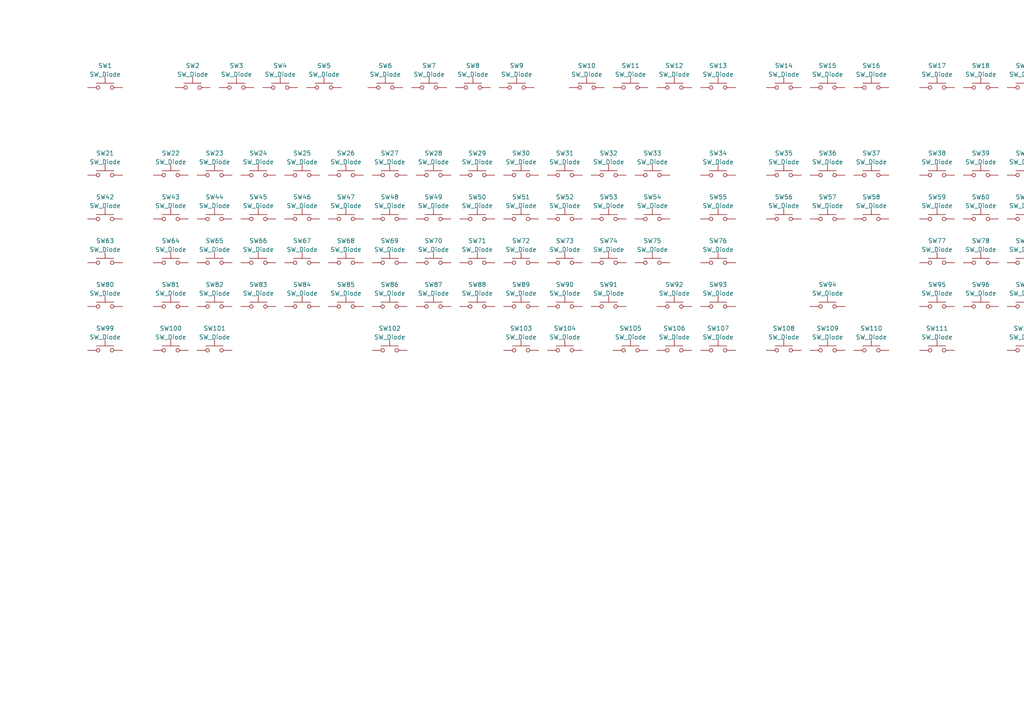
<source format=kicad_sch>
(kicad_sch (version 20210621) (generator eeschema)
  (paper "A4")
  (lib_symbols
    (symbol "Switch:SW_Push" (pin_numbers hide) (pin_names (offset 1.016) hide)
      (property "Reference" "SW" (at 1.27 2.54 0))
      (property "Value" "SW_Push" (at 0 -1.524 0))
      (symbol "SW_Push_0_1"
        (circle (center -2.032 0) (radius 0.508))
        (circle (center 2.032 0) (radius 0.508))
        (polyline (pts (xy 0 1.27) (xy 0 3.048)))
        (polyline (pts (xy 2.54 1.27) (xy -2.54 1.27)))
        (pin passive line (at -5.08 0 0) (length 2.54) (name "1") (number "1"))
        (pin passive line (at 5.08 0 180) (length 2.54) (name "2") (number "2"))
      )
    )
  )
  (symbol (lib_id "Switch:SW_Push") (at 30.48 25.4 0) (unit 1)
    (property "Reference" "SW1" (at 30.48 19.05 0))
    (property "Value" "SW_Diode" (at 30.48 21.59 0))
    (property "Footprint" "blackwing:CUTOUT_CHERRY_MX_1.00u" (effects hide))
  )
  (symbol (lib_id "Switch:SW_Push") (at 30.48 50.8 0) (unit 1)
    (property "Reference" "SW21" (at 30.48 44.45 0))
    (property "Value" "SW_Diode" (at 30.48 46.99 0))
    (property "Footprint" "blackwing:CUTOUT_CHERRY_MX_1.50u" (effects hide))
  )
  (symbol (lib_id "Switch:SW_Push") (at 30.48 63.5 0) (unit 1)
    (property "Reference" "SW42" (at 30.48 57.15 0))
    (property "Value" "SW_Diode" (at 30.48 59.69 0))
    (property "Footprint" "blackwing:CUTOUT_CHERRY_MX_1.50u" (effects hide))
  )
  (symbol (lib_id "Switch:SW_Push") (at 30.48 76.2 0) (unit 1)
    (property "Reference" "SW63" (at 30.48 69.85 0))
    (property "Value" "SW_Diode" (at 30.48 72.39 0))
    (property "Footprint" "blackwing:CUTOUT_CHERRY_MX_1.50u" (effects hide))
  )
  (symbol (lib_id "Switch:SW_Push") (at 30.48 88.9 0) (unit 1)
    (property "Reference" "SW80" (at 30.48 82.55 0))
    (property "Value" "SW_Diode" (at 30.48 85.09 0))
    (property "Footprint" "blackwing:CUTOUT_CHERRY_MX_1.50u" (effects hide))
  )
  (symbol (lib_id "Switch:SW_Push") (at 30.48 101.6 0) (unit 1)
    (property "Reference" "SW99" (at 30.48 95.25 0))
    (property "Value" "SW_Diode" (at 30.48 97.79 0))
    (property "Footprint" "blackwing:CUTOUT_CHERRY_MX_1.25u" (effects hide))
  )
  (symbol (lib_id "Switch:SW_Push") (at 49.53 50.8 0) (unit 1)
    (property "Reference" "SW22" (at 49.53 44.45 0))
    (property "Value" "SW_Diode" (at 49.53 46.99 0))
    (property "Footprint" "blackwing:CUTOUT_CHERRY_MX_1.00u" (effects hide))
  )
  (symbol (lib_id "Switch:SW_Push") (at 49.53 63.5 0) (unit 1)
    (property "Reference" "SW43" (at 49.53 57.15 0))
    (property "Value" "SW_Diode" (at 49.53 59.69 0))
    (property "Footprint" "blackwing:CUTOUT_CHERRY_MX_1.00u" (effects hide))
  )
  (symbol (lib_id "Switch:SW_Push") (at 49.53 76.2 0) (unit 1)
    (property "Reference" "SW64" (at 49.53 69.85 0))
    (property "Value" "SW_Diode" (at 49.53 72.39 0))
    (property "Footprint" "blackwing:CUTOUT_CHERRY_MX_1.00u" (effects hide))
  )
  (symbol (lib_id "Switch:SW_Push") (at 49.53 88.9 0) (unit 1)
    (property "Reference" "SW81" (at 49.53 82.55 0))
    (property "Value" "SW_Diode" (at 49.53 85.09 0))
    (property "Footprint" "blackwing:CUTOUT_CHERRY_MX_1.00u" (effects hide))
  )
  (symbol (lib_id "Switch:SW_Push") (at 49.53 101.6 0) (unit 1)
    (property "Reference" "SW100" (at 49.53 95.25 0))
    (property "Value" "SW_Diode" (at 49.53 97.79 0))
    (property "Footprint" "blackwing:CUTOUT_CHERRY_MX_1.00u" (effects hide))
  )
  (symbol (lib_id "Switch:SW_Push") (at 55.88 25.4 0) (unit 1)
    (property "Reference" "SW2" (at 55.88 19.05 0))
    (property "Value" "SW_Diode" (at 55.88 21.59 0))
    (property "Footprint" "blackwing:CUTOUT_CHERRY_MX_1.00u" (effects hide))
  )
  (symbol (lib_id "Switch:SW_Push") (at 62.23 50.8 0) (unit 1)
    (property "Reference" "SW23" (at 62.23 44.45 0))
    (property "Value" "SW_Diode" (at 62.23 46.99 0))
    (property "Footprint" "blackwing:CUTOUT_CHERRY_MX_1.00u" (effects hide))
  )
  (symbol (lib_id "Switch:SW_Push") (at 62.23 63.5 0) (unit 1)
    (property "Reference" "SW44" (at 62.23 57.15 0))
    (property "Value" "SW_Diode" (at 62.23 59.69 0))
    (property "Footprint" "blackwing:CUTOUT_CHERRY_MX_1.00u" (effects hide))
  )
  (symbol (lib_id "Switch:SW_Push") (at 62.23 76.2 0) (unit 1)
    (property "Reference" "SW65" (at 62.23 69.85 0))
    (property "Value" "SW_Diode" (at 62.23 72.39 0))
    (property "Footprint" "blackwing:CUTOUT_CHERRY_MX_1.00u" (effects hide))
  )
  (symbol (lib_id "Switch:SW_Push") (at 62.23 88.9 0) (unit 1)
    (property "Reference" "SW82" (at 62.23 82.55 0))
    (property "Value" "SW_Diode" (at 62.23 85.09 0))
    (property "Footprint" "blackwing:CUTOUT_CHERRY_MX_1.00u" (effects hide))
  )
  (symbol (lib_id "Switch:SW_Push") (at 62.23 101.6 0) (unit 1)
    (property "Reference" "SW101" (at 62.23 95.25 0))
    (property "Value" "SW_Diode" (at 62.23 97.79 0))
    (property "Footprint" "blackwing:CUTOUT_CHERRY_MX_1.25u" (effects hide))
  )
  (symbol (lib_id "Switch:SW_Push") (at 68.58 25.4 0) (unit 1)
    (property "Reference" "SW3" (at 68.58 19.05 0))
    (property "Value" "SW_Diode" (at 68.58 21.59 0))
    (property "Footprint" "blackwing:CUTOUT_CHERRY_MX_1.00u" (effects hide))
  )
  (symbol (lib_id "Switch:SW_Push") (at 74.93 50.8 0) (unit 1)
    (property "Reference" "SW24" (at 74.93 44.45 0))
    (property "Value" "SW_Diode" (at 74.93 46.99 0))
    (property "Footprint" "blackwing:CUTOUT_CHERRY_MX_1.00u" (effects hide))
  )
  (symbol (lib_id "Switch:SW_Push") (at 74.93 63.5 0) (unit 1)
    (property "Reference" "SW45" (at 74.93 57.15 0))
    (property "Value" "SW_Diode" (at 74.93 59.69 0))
    (property "Footprint" "blackwing:CUTOUT_CHERRY_MX_1.00u" (effects hide))
  )
  (symbol (lib_id "Switch:SW_Push") (at 74.93 76.2 0) (unit 1)
    (property "Reference" "SW66" (at 74.93 69.85 0))
    (property "Value" "SW_Diode" (at 74.93 72.39 0))
    (property "Footprint" "blackwing:CUTOUT_CHERRY_MX_1.00u" (effects hide))
  )
  (symbol (lib_id "Switch:SW_Push") (at 74.93 88.9 0) (unit 1)
    (property "Reference" "SW83" (at 74.93 82.55 0))
    (property "Value" "SW_Diode" (at 74.93 85.09 0))
    (property "Footprint" "blackwing:CUTOUT_CHERRY_MX_1.00u" (effects hide))
  )
  (symbol (lib_id "Switch:SW_Push") (at 81.28 25.4 0) (unit 1)
    (property "Reference" "SW4" (at 81.28 19.05 0))
    (property "Value" "SW_Diode" (at 81.28 21.59 0))
    (property "Footprint" "blackwing:CUTOUT_CHERRY_MX_1.00u" (effects hide))
  )
  (symbol (lib_id "Switch:SW_Push") (at 87.63 50.8 0) (unit 1)
    (property "Reference" "SW25" (at 87.63 44.45 0))
    (property "Value" "SW_Diode" (at 87.63 46.99 0))
    (property "Footprint" "blackwing:CUTOUT_CHERRY_MX_1.00u" (effects hide))
  )
  (symbol (lib_id "Switch:SW_Push") (at 87.63 63.5 0) (unit 1)
    (property "Reference" "SW46" (at 87.63 57.15 0))
    (property "Value" "SW_Diode" (at 87.63 59.69 0))
    (property "Footprint" "blackwing:CUTOUT_CHERRY_MX_1.00u" (effects hide))
  )
  (symbol (lib_id "Switch:SW_Push") (at 87.63 76.2 0) (unit 1)
    (property "Reference" "SW67" (at 87.63 69.85 0))
    (property "Value" "SW_Diode" (at 87.63 72.39 0))
    (property "Footprint" "blackwing:CUTOUT_CHERRY_MX_1.00u" (effects hide))
  )
  (symbol (lib_id "Switch:SW_Push") (at 87.63 88.9 0) (unit 1)
    (property "Reference" "SW84" (at 87.63 82.55 0))
    (property "Value" "SW_Diode" (at 87.63 85.09 0))
    (property "Footprint" "blackwing:CUTOUT_CHERRY_MX_1.00u" (effects hide))
  )
  (symbol (lib_id "Switch:SW_Push") (at 93.98 25.4 0) (unit 1)
    (property "Reference" "SW5" (at 93.98 19.05 0))
    (property "Value" "SW_Diode" (at 93.98 21.59 0))
    (property "Footprint" "blackwing:CUTOUT_CHERRY_MX_1.00u" (effects hide))
  )
  (symbol (lib_id "Switch:SW_Push") (at 100.33 50.8 0) (unit 1)
    (property "Reference" "SW26" (at 100.33 44.45 0))
    (property "Value" "SW_Diode" (at 100.33 46.99 0))
    (property "Footprint" "blackwing:CUTOUT_CHERRY_MX_1.00u" (effects hide))
  )
  (symbol (lib_id "Switch:SW_Push") (at 100.33 63.5 0) (unit 1)
    (property "Reference" "SW47" (at 100.33 57.15 0))
    (property "Value" "SW_Diode" (at 100.33 59.69 0))
    (property "Footprint" "blackwing:CUTOUT_CHERRY_MX_1.00u" (effects hide))
  )
  (symbol (lib_id "Switch:SW_Push") (at 100.33 76.2 0) (unit 1)
    (property "Reference" "SW68" (at 100.33 69.85 0))
    (property "Value" "SW_Diode" (at 100.33 72.39 0))
    (property "Footprint" "blackwing:CUTOUT_CHERRY_MX_1.00u" (effects hide))
  )
  (symbol (lib_id "Switch:SW_Push") (at 100.33 88.9 0) (unit 1)
    (property "Reference" "SW85" (at 100.33 82.55 0))
    (property "Value" "SW_Diode" (at 100.33 85.09 0))
    (property "Footprint" "blackwing:CUTOUT_CHERRY_MX_1.00u" (effects hide))
  )
  (symbol (lib_id "Switch:SW_Push") (at 111.76 25.4 0) (unit 1)
    (property "Reference" "SW6" (at 111.76 19.05 0))
    (property "Value" "SW_Diode" (at 111.76 21.59 0))
    (property "Footprint" "blackwing:CUTOUT_CHERRY_MX_1.00u" (effects hide))
  )
  (symbol (lib_id "Switch:SW_Push") (at 113.03 50.8 0) (unit 1)
    (property "Reference" "SW27" (at 113.03 44.45 0))
    (property "Value" "SW_Diode" (at 113.03 46.99 0))
    (property "Footprint" "blackwing:CUTOUT_CHERRY_MX_1.00u" (effects hide))
  )
  (symbol (lib_id "Switch:SW_Push") (at 113.03 63.5 0) (unit 1)
    (property "Reference" "SW48" (at 113.03 57.15 0))
    (property "Value" "SW_Diode" (at 113.03 59.69 0))
    (property "Footprint" "blackwing:CUTOUT_CHERRY_MX_1.00u" (effects hide))
  )
  (symbol (lib_id "Switch:SW_Push") (at 113.03 76.2 0) (unit 1)
    (property "Reference" "SW69" (at 113.03 69.85 0))
    (property "Value" "SW_Diode" (at 113.03 72.39 0))
    (property "Footprint" "blackwing:CUTOUT_CHERRY_MX_1.00u" (effects hide))
  )
  (symbol (lib_id "Switch:SW_Push") (at 113.03 88.9 0) (unit 1)
    (property "Reference" "SW86" (at 113.03 82.55 0))
    (property "Value" "SW_Diode" (at 113.03 85.09 0))
    (property "Footprint" "blackwing:CUTOUT_CHERRY_MX_1.00u" (effects hide))
  )
  (symbol (lib_id "Switch:SW_Push") (at 113.03 101.6 0) (unit 1)
    (property "Reference" "SW102" (at 113.03 95.25 0))
    (property "Value" "SW_Diode" (at 113.03 97.79 0))
    (property "Footprint" "blackwing:CUTOUT_CHERRY_MX_6.25u" (effects hide))
  )
  (symbol (lib_id "Switch:SW_Push") (at 124.46 25.4 0) (unit 1)
    (property "Reference" "SW7" (at 124.46 19.05 0))
    (property "Value" "SW_Diode" (at 124.46 21.59 0))
    (property "Footprint" "blackwing:CUTOUT_CHERRY_MX_1.00u" (effects hide))
  )
  (symbol (lib_id "Switch:SW_Push") (at 125.73 50.8 0) (unit 1)
    (property "Reference" "SW28" (at 125.73 44.45 0))
    (property "Value" "SW_Diode" (at 125.73 46.99 0))
    (property "Footprint" "blackwing:CUTOUT_CHERRY_MX_1.00u" (effects hide))
  )
  (symbol (lib_id "Switch:SW_Push") (at 125.73 63.5 0) (unit 1)
    (property "Reference" "SW49" (at 125.73 57.15 0))
    (property "Value" "SW_Diode" (at 125.73 59.69 0))
    (property "Footprint" "blackwing:CUTOUT_CHERRY_MX_1.00u" (effects hide))
  )
  (symbol (lib_id "Switch:SW_Push") (at 125.73 76.2 0) (unit 1)
    (property "Reference" "SW70" (at 125.73 69.85 0))
    (property "Value" "SW_Diode" (at 125.73 72.39 0))
    (property "Footprint" "blackwing:CUTOUT_CHERRY_MX_1.00u" (effects hide))
  )
  (symbol (lib_id "Switch:SW_Push") (at 125.73 88.9 0) (unit 1)
    (property "Reference" "SW87" (at 125.73 82.55 0))
    (property "Value" "SW_Diode" (at 125.73 85.09 0))
    (property "Footprint" "blackwing:CUTOUT_CHERRY_MX_1.00u" (effects hide))
  )
  (symbol (lib_id "Switch:SW_Push") (at 137.16 25.4 0) (unit 1)
    (property "Reference" "SW8" (at 137.16 19.05 0))
    (property "Value" "SW_Diode" (at 137.16 21.59 0))
    (property "Footprint" "blackwing:CUTOUT_CHERRY_MX_1.00u" (effects hide))
  )
  (symbol (lib_id "Switch:SW_Push") (at 138.43 50.8 0) (unit 1)
    (property "Reference" "SW29" (at 138.43 44.45 0))
    (property "Value" "SW_Diode" (at 138.43 46.99 0))
    (property "Footprint" "blackwing:CUTOUT_CHERRY_MX_1.00u" (effects hide))
  )
  (symbol (lib_id "Switch:SW_Push") (at 138.43 63.5 0) (unit 1)
    (property "Reference" "SW50" (at 138.43 57.15 0))
    (property "Value" "SW_Diode" (at 138.43 59.69 0))
    (property "Footprint" "blackwing:CUTOUT_CHERRY_MX_1.00u" (effects hide))
  )
  (symbol (lib_id "Switch:SW_Push") (at 138.43 76.2 0) (unit 1)
    (property "Reference" "SW71" (at 138.43 69.85 0))
    (property "Value" "SW_Diode" (at 138.43 72.39 0))
    (property "Footprint" "blackwing:CUTOUT_CHERRY_MX_1.00u" (effects hide))
  )
  (symbol (lib_id "Switch:SW_Push") (at 138.43 88.9 0) (unit 1)
    (property "Reference" "SW88" (at 138.43 82.55 0))
    (property "Value" "SW_Diode" (at 138.43 85.09 0))
    (property "Footprint" "blackwing:CUTOUT_CHERRY_MX_1.00u" (effects hide))
  )
  (symbol (lib_id "Switch:SW_Push") (at 149.86 25.4 0) (unit 1)
    (property "Reference" "SW9" (at 149.86 19.05 0))
    (property "Value" "SW_Diode" (at 149.86 21.59 0))
    (property "Footprint" "blackwing:CUTOUT_CHERRY_MX_1.00u" (effects hide))
  )
  (symbol (lib_id "Switch:SW_Push") (at 151.13 50.8 0) (unit 1)
    (property "Reference" "SW30" (at 151.13 44.45 0))
    (property "Value" "SW_Diode" (at 151.13 46.99 0))
    (property "Footprint" "blackwing:CUTOUT_CHERRY_MX_1.00u" (effects hide))
  )
  (symbol (lib_id "Switch:SW_Push") (at 151.13 63.5 0) (unit 1)
    (property "Reference" "SW51" (at 151.13 57.15 0))
    (property "Value" "SW_Diode" (at 151.13 59.69 0))
    (property "Footprint" "blackwing:CUTOUT_CHERRY_MX_1.00u" (effects hide))
  )
  (symbol (lib_id "Switch:SW_Push") (at 151.13 76.2 0) (unit 1)
    (property "Reference" "SW72" (at 151.13 69.85 0))
    (property "Value" "SW_Diode" (at 151.13 72.39 0))
    (property "Footprint" "blackwing:CUTOUT_CHERRY_MX_1.00u" (effects hide))
  )
  (symbol (lib_id "Switch:SW_Push") (at 151.13 88.9 0) (unit 1)
    (property "Reference" "SW89" (at 151.13 82.55 0))
    (property "Value" "SW_Diode" (at 151.13 85.09 0))
    (property "Footprint" "blackwing:CUTOUT_CHERRY_MX_1.00u" (effects hide))
  )
  (symbol (lib_id "Switch:SW_Push") (at 151.13 101.6 0) (unit 1)
    (property "Reference" "SW103" (at 151.13 95.25 0))
    (property "Value" "SW_Diode" (at 151.13 97.79 0))
    (property "Footprint" "blackwing:CUTOUT_CHERRY_MX_1.25u" (effects hide))
  )
  (symbol (lib_id "Switch:SW_Push") (at 163.83 50.8 0) (unit 1)
    (property "Reference" "SW31" (at 163.83 44.45 0))
    (property "Value" "SW_Diode" (at 163.83 46.99 0))
    (property "Footprint" "blackwing:CUTOUT_CHERRY_MX_1.00u" (effects hide))
  )
  (symbol (lib_id "Switch:SW_Push") (at 163.83 63.5 0) (unit 1)
    (property "Reference" "SW52" (at 163.83 57.15 0))
    (property "Value" "SW_Diode" (at 163.83 59.69 0))
    (property "Footprint" "blackwing:CUTOUT_CHERRY_MX_1.00u" (effects hide))
  )
  (symbol (lib_id "Switch:SW_Push") (at 163.83 76.2 0) (unit 1)
    (property "Reference" "SW73" (at 163.83 69.85 0))
    (property "Value" "SW_Diode" (at 163.83 72.39 0))
    (property "Footprint" "blackwing:CUTOUT_CHERRY_MX_1.00u" (effects hide))
  )
  (symbol (lib_id "Switch:SW_Push") (at 163.83 88.9 0) (unit 1)
    (property "Reference" "SW90" (at 163.83 82.55 0))
    (property "Value" "SW_Diode" (at 163.83 85.09 0))
    (property "Footprint" "blackwing:CUTOUT_CHERRY_MX_1.00u" (effects hide))
  )
  (symbol (lib_id "Switch:SW_Push") (at 163.83 101.6 0) (unit 1)
    (property "Reference" "SW104" (at 163.83 95.25 0))
    (property "Value" "SW_Diode" (at 163.83 97.79 0))
    (property "Footprint" "blackwing:CUTOUT_CHERRY_MX_1.00u" (effects hide))
  )
  (symbol (lib_id "Switch:SW_Push") (at 170.18 25.4 0) (unit 1)
    (property "Reference" "SW10" (at 170.18 19.05 0))
    (property "Value" "SW_Diode" (at 170.18 21.59 0))
    (property "Footprint" "blackwing:CUTOUT_CHERRY_MX_1.00u" (effects hide))
  )
  (symbol (lib_id "Switch:SW_Push") (at 176.53 50.8 0) (unit 1)
    (property "Reference" "SW32" (at 176.53 44.45 0))
    (property "Value" "SW_Diode" (at 176.53 46.99 0))
    (property "Footprint" "blackwing:CUTOUT_CHERRY_MX_1.00u" (effects hide))
  )
  (symbol (lib_id "Switch:SW_Push") (at 176.53 63.5 0) (unit 1)
    (property "Reference" "SW53" (at 176.53 57.15 0))
    (property "Value" "SW_Diode" (at 176.53 59.69 0))
    (property "Footprint" "blackwing:CUTOUT_CHERRY_MX_1.00u" (effects hide))
  )
  (symbol (lib_id "Switch:SW_Push") (at 176.53 76.2 0) (unit 1)
    (property "Reference" "SW74" (at 176.53 69.85 0))
    (property "Value" "SW_Diode" (at 176.53 72.39 0))
    (property "Footprint" "blackwing:CUTOUT_CHERRY_MX_1.00u" (effects hide))
  )
  (symbol (lib_id "Switch:SW_Push") (at 176.53 88.9 0) (unit 1)
    (property "Reference" "SW91" (at 176.53 82.55 0))
    (property "Value" "SW_Diode" (at 176.53 85.09 0))
    (property "Footprint" "blackwing:CUTOUT_CHERRY_MX_1.50u" (effects hide))
  )
  (symbol (lib_id "Switch:SW_Push") (at 182.88 25.4 0) (unit 1)
    (property "Reference" "SW11" (at 182.88 19.05 0))
    (property "Value" "SW_Diode" (at 182.88 21.59 0))
    (property "Footprint" "blackwing:CUTOUT_CHERRY_MX_1.00u" (effects hide))
  )
  (symbol (lib_id "Switch:SW_Push") (at 182.88 101.6 0) (unit 1)
    (property "Reference" "SW105" (at 182.88 95.25 0))
    (property "Value" "SW_Diode" (at 182.88 97.79 0))
    (property "Footprint" "blackwing:CUTOUT_CHERRY_MX_1.00u" (effects hide))
  )
  (symbol (lib_id "Switch:SW_Push") (at 189.23 50.8 0) (unit 1)
    (property "Reference" "SW33" (at 189.23 44.45 0))
    (property "Value" "SW_Diode" (at 189.23 46.99 0))
    (property "Footprint" "blackwing:CUTOUT_CHERRY_MX_1.00u" (effects hide))
  )
  (symbol (lib_id "Switch:SW_Push") (at 189.23 63.5 0) (unit 1)
    (property "Reference" "SW54" (at 189.23 57.15 0))
    (property "Value" "SW_Diode" (at 189.23 59.69 0))
    (property "Footprint" "blackwing:CUTOUT_CHERRY_MX_1.00u" (effects hide))
  )
  (symbol (lib_id "Switch:SW_Push") (at 189.23 76.2 0) (unit 1)
    (property "Reference" "SW75" (at 189.23 69.85 0))
    (property "Value" "SW_Diode" (at 189.23 72.39 0))
    (property "Footprint" "blackwing:CUTOUT_CHERRY_MX_1.00u" (effects hide))
  )
  (symbol (lib_id "Switch:SW_Push") (at 195.58 25.4 0) (unit 1)
    (property "Reference" "SW12" (at 195.58 19.05 0))
    (property "Value" "SW_Diode" (at 195.58 21.59 0))
    (property "Footprint" "blackwing:CUTOUT_CHERRY_MX_1.00u" (effects hide))
  )
  (symbol (lib_id "Switch:SW_Push") (at 195.58 88.9 0) (unit 1)
    (property "Reference" "SW92" (at 195.58 82.55 0))
    (property "Value" "SW_Diode" (at 195.58 85.09 0))
    (property "Footprint" "blackwing:CUTOUT_CHERRY_MX_1.00u" (effects hide))
  )
  (symbol (lib_id "Switch:SW_Push") (at 195.58 101.6 0) (unit 1)
    (property "Reference" "SW106" (at 195.58 95.25 0))
    (property "Value" "SW_Diode" (at 195.58 97.79 0))
    (property "Footprint" "blackwing:CUTOUT_CHERRY_MX_1.00u" (effects hide))
  )
  (symbol (lib_id "Switch:SW_Push") (at 208.28 25.4 0) (unit 1)
    (property "Reference" "SW13" (at 208.28 19.05 0))
    (property "Value" "SW_Diode" (at 208.28 21.59 0))
    (property "Footprint" "blackwing:CUTOUT_CHERRY_MX_1.00u" (effects hide))
  )
  (symbol (lib_id "Switch:SW_Push") (at 208.28 50.8 0) (unit 1)
    (property "Reference" "SW34" (at 208.28 44.45 0))
    (property "Value" "SW_Diode" (at 208.28 46.99 0))
    (property "Footprint" "blackwing:CUTOUT_CHERRY_MX_1.50u" (effects hide))
  )
  (symbol (lib_id "Switch:SW_Push") (at 208.28 63.5 0) (unit 1)
    (property "Reference" "SW55" (at 208.28 57.15 0))
    (property "Value" "SW_Diode" (at 208.28 59.69 0))
    (property "Footprint" "blackwing:CUTOUT_CHERRY_MX_1.50u" (effects hide))
  )
  (symbol (lib_id "Switch:SW_Push") (at 208.28 76.2 0) (unit 1)
    (property "Reference" "SW76" (at 208.28 69.85 0))
    (property "Value" "SW_Diode" (at 208.28 72.39 0))
    (property "Footprint" "blackwing:CUTOUT_CHERRY_MX_1.50u" (effects hide))
  )
  (symbol (lib_id "Switch:SW_Push") (at 208.28 88.9 0) (unit 1)
    (property "Reference" "SW93" (at 208.28 82.55 0))
    (property "Value" "SW_Diode" (at 208.28 85.09 0))
    (property "Footprint" "blackwing:CUTOUT_CHERRY_MX_1.00u" (effects hide))
  )
  (symbol (lib_id "Switch:SW_Push") (at 208.28 101.6 0) (unit 1)
    (property "Reference" "SW107" (at 208.28 95.25 0))
    (property "Value" "SW_Diode" (at 208.28 97.79 0))
    (property "Footprint" "blackwing:CUTOUT_CHERRY_MX_1.00u" (effects hide))
  )
  (symbol (lib_id "Switch:SW_Push") (at 227.33 25.4 0) (unit 1)
    (property "Reference" "SW14" (at 227.33 19.05 0))
    (property "Value" "SW_Diode" (at 227.33 21.59 0))
    (property "Footprint" "blackwing:CUTOUT_CHERRY_MX_1.00u" (effects hide))
  )
  (symbol (lib_id "Switch:SW_Push") (at 227.33 50.8 0) (unit 1)
    (property "Reference" "SW35" (at 227.33 44.45 0))
    (property "Value" "SW_Diode" (at 227.33 46.99 0))
    (property "Footprint" "blackwing:CUTOUT_CHERRY_MX_1.00u" (effects hide))
  )
  (symbol (lib_id "Switch:SW_Push") (at 227.33 63.5 0) (unit 1)
    (property "Reference" "SW56" (at 227.33 57.15 0))
    (property "Value" "SW_Diode" (at 227.33 59.69 0))
    (property "Footprint" "blackwing:CUTOUT_CHERRY_MX_1.00u" (effects hide))
  )
  (symbol (lib_id "Switch:SW_Push") (at 227.33 101.6 0) (unit 1)
    (property "Reference" "SW108" (at 227.33 95.25 0))
    (property "Value" "SW_Diode" (at 227.33 97.79 0))
    (property "Footprint" "blackwing:CUTOUT_CHERRY_MX_1.00u" (effects hide))
  )
  (symbol (lib_id "Switch:SW_Push") (at 240.03 25.4 0) (unit 1)
    (property "Reference" "SW15" (at 240.03 19.05 0))
    (property "Value" "SW_Diode" (at 240.03 21.59 0))
    (property "Footprint" "blackwing:CUTOUT_CHERRY_MX_1.00u" (effects hide))
  )
  (symbol (lib_id "Switch:SW_Push") (at 240.03 50.8 0) (unit 1)
    (property "Reference" "SW36" (at 240.03 44.45 0))
    (property "Value" "SW_Diode" (at 240.03 46.99 0))
    (property "Footprint" "blackwing:CUTOUT_CHERRY_MX_1.00u" (effects hide))
  )
  (symbol (lib_id "Switch:SW_Push") (at 240.03 63.5 0) (unit 1)
    (property "Reference" "SW57" (at 240.03 57.15 0))
    (property "Value" "SW_Diode" (at 240.03 59.69 0))
    (property "Footprint" "blackwing:CUTOUT_CHERRY_MX_1.00u" (effects hide))
  )
  (symbol (lib_id "Switch:SW_Push") (at 240.03 88.9 0) (unit 1)
    (property "Reference" "SW94" (at 240.03 82.55 0))
    (property "Value" "SW_Diode" (at 240.03 85.09 0))
    (property "Footprint" "blackwing:CUTOUT_CHERRY_MX_1.00u" (effects hide))
  )
  (symbol (lib_id "Switch:SW_Push") (at 240.03 101.6 0) (unit 1)
    (property "Reference" "SW109" (at 240.03 95.25 0))
    (property "Value" "SW_Diode" (at 240.03 97.79 0))
    (property "Footprint" "blackwing:CUTOUT_CHERRY_MX_1.00u" (effects hide))
  )
  (symbol (lib_id "Switch:SW_Push") (at 252.73 25.4 0) (unit 1)
    (property "Reference" "SW16" (at 252.73 19.05 0))
    (property "Value" "SW_Diode" (at 252.73 21.59 0))
    (property "Footprint" "blackwing:CUTOUT_CHERRY_MX_1.00u" (effects hide))
  )
  (symbol (lib_id "Switch:SW_Push") (at 252.73 50.8 0) (unit 1)
    (property "Reference" "SW37" (at 252.73 44.45 0))
    (property "Value" "SW_Diode" (at 252.73 46.99 0))
    (property "Footprint" "blackwing:CUTOUT_CHERRY_MX_1.00u" (effects hide))
  )
  (symbol (lib_id "Switch:SW_Push") (at 252.73 63.5 0) (unit 1)
    (property "Reference" "SW58" (at 252.73 57.15 0))
    (property "Value" "SW_Diode" (at 252.73 59.69 0))
    (property "Footprint" "blackwing:CUTOUT_CHERRY_MX_1.00u" (effects hide))
  )
  (symbol (lib_id "Switch:SW_Push") (at 252.73 101.6 0) (unit 1)
    (property "Reference" "SW110" (at 252.73 95.25 0))
    (property "Value" "SW_Diode" (at 252.73 97.79 0))
    (property "Footprint" "blackwing:CUTOUT_CHERRY_MX_1.00u" (effects hide))
  )
  (symbol (lib_id "Switch:SW_Push") (at 271.78 25.4 0) (unit 1)
    (property "Reference" "SW17" (at 271.78 19.05 0))
    (property "Value" "SW_Diode" (at 271.78 21.59 0))
    (property "Footprint" "blackwing:CUTOUT_CHERRY_MX_1.00u" (effects hide))
  )
  (symbol (lib_id "Switch:SW_Push") (at 271.78 50.8 0) (unit 1)
    (property "Reference" "SW38" (at 271.78 44.45 0))
    (property "Value" "SW_Diode" (at 271.78 46.99 0))
    (property "Footprint" "blackwing:CUTOUT_CHERRY_MX_1.00u" (effects hide))
  )
  (symbol (lib_id "Switch:SW_Push") (at 271.78 63.5 0) (unit 1)
    (property "Reference" "SW59" (at 271.78 57.15 0))
    (property "Value" "SW_Diode" (at 271.78 59.69 0))
    (property "Footprint" "blackwing:CUTOUT_CHERRY_MX_1.00u" (effects hide))
  )
  (symbol (lib_id "Switch:SW_Push") (at 271.78 76.2 0) (unit 1)
    (property "Reference" "SW77" (at 271.78 69.85 0))
    (property "Value" "SW_Diode" (at 271.78 72.39 0))
    (property "Footprint" "blackwing:CUTOUT_CHERRY_MX_1.00u" (effects hide))
  )
  (symbol (lib_id "Switch:SW_Push") (at 271.78 88.9 0) (unit 1)
    (property "Reference" "SW95" (at 271.78 82.55 0))
    (property "Value" "SW_Diode" (at 271.78 85.09 0))
    (property "Footprint" "blackwing:CUTOUT_CHERRY_MX_1.00u" (effects hide))
  )
  (symbol (lib_id "Switch:SW_Push") (at 271.78 101.6 0) (unit 1)
    (property "Reference" "SW111" (at 271.78 95.25 0))
    (property "Value" "SW_Diode" (at 271.78 97.79 0))
    (property "Footprint" "blackwing:CUTOUT_CHERRY_MX_2.00u" (effects hide))
  )
  (symbol (lib_id "Switch:SW_Push") (at 284.48 25.4 0) (unit 1)
    (property "Reference" "SW18" (at 284.48 19.05 0))
    (property "Value" "SW_Diode" (at 284.48 21.59 0))
    (property "Footprint" "blackwing:CUTOUT_CHERRY_MX_1.00u" (effects hide))
  )
  (symbol (lib_id "Switch:SW_Push") (at 284.48 50.8 0) (unit 1)
    (property "Reference" "SW39" (at 284.48 44.45 0))
    (property "Value" "SW_Diode" (at 284.48 46.99 0))
    (property "Footprint" "blackwing:CUTOUT_CHERRY_MX_1.00u" (effects hide))
  )
  (symbol (lib_id "Switch:SW_Push") (at 284.48 63.5 0) (unit 1)
    (property "Reference" "SW60" (at 284.48 57.15 0))
    (property "Value" "SW_Diode" (at 284.48 59.69 0))
    (property "Footprint" "blackwing:CUTOUT_CHERRY_MX_1.00u" (effects hide))
  )
  (symbol (lib_id "Switch:SW_Push") (at 284.48 76.2 0) (unit 1)
    (property "Reference" "SW78" (at 284.48 69.85 0))
    (property "Value" "SW_Diode" (at 284.48 72.39 0))
    (property "Footprint" "blackwing:CUTOUT_CHERRY_MX_1.00u" (effects hide))
  )
  (symbol (lib_id "Switch:SW_Push") (at 284.48 88.9 0) (unit 1)
    (property "Reference" "SW96" (at 284.48 82.55 0))
    (property "Value" "SW_Diode" (at 284.48 85.09 0))
    (property "Footprint" "blackwing:CUTOUT_CHERRY_MX_1.00u" (effects hide))
  )
  (symbol (lib_id "Switch:SW_Push") (at 297.18 25.4 0) (unit 1)
    (property "Reference" "SW19" (at 297.18 19.05 0))
    (property "Value" "SW_Diode" (at 297.18 21.59 0))
    (property "Footprint" "blackwing:CUTOUT_CHERRY_MX_1.00u" (effects hide))
  )
  (symbol (lib_id "Switch:SW_Push") (at 297.18 50.8 0) (unit 1)
    (property "Reference" "SW40" (at 297.18 44.45 0))
    (property "Value" "SW_Diode" (at 297.18 46.99 0))
    (property "Footprint" "blackwing:CUTOUT_CHERRY_MX_1.00u" (effects hide))
  )
  (symbol (lib_id "Switch:SW_Push") (at 297.18 63.5 0) (unit 1)
    (property "Reference" "SW61" (at 297.18 57.15 0))
    (property "Value" "SW_Diode" (at 297.18 59.69 0))
    (property "Footprint" "blackwing:CUTOUT_CHERRY_MX_1.00u" (effects hide))
  )
  (symbol (lib_id "Switch:SW_Push") (at 297.18 76.2 0) (unit 1)
    (property "Reference" "SW79" (at 297.18 69.85 0))
    (property "Value" "SW_Diode" (at 297.18 72.39 0))
    (property "Footprint" "blackwing:CUTOUT_CHERRY_MX_1.00u" (effects hide))
  )
  (symbol (lib_id "Switch:SW_Push") (at 297.18 88.9 0) (unit 1)
    (property "Reference" "SW97" (at 297.18 82.55 0))
    (property "Value" "SW_Diode" (at 297.18 85.09 0))
    (property "Footprint" "blackwing:CUTOUT_CHERRY_MX_1.00u" (effects hide))
  )
  (symbol (lib_id "Switch:SW_Push") (at 297.18 101.6 0) (unit 1)
    (property "Reference" "SW112" (at 297.18 95.25 0))
    (property "Value" "SW_Diode" (at 297.18 97.79 0))
    (property "Footprint" "blackwing:CUTOUT_CHERRY_MX_1.00u" (effects hide))
  )
  (symbol (lib_id "Switch:SW_Push") (at 309.88 25.4 0) (unit 1)
    (property "Reference" "SW20" (at 309.88 19.05 0))
    (property "Value" "SW_Diode" (at 309.88 21.59 0))
    (property "Footprint" "blackwing:CUTOUT_CHERRY_MX_1.00u" (effects hide))
  )
  (symbol (lib_id "Switch:SW_Push") (at 309.88 50.8 0) (unit 1)
    (property "Reference" "SW41" (at 309.88 44.45 0))
    (property "Value" "SW_Diode" (at 309.88 46.99 0))
    (property "Footprint" "blackwing:CUTOUT_CHERRY_MX_1.00u" (effects hide))
  )
  (symbol (lib_id "Switch:SW_Push") (at 309.88 63.5 0) (unit 1)
    (property "Reference" "SW62" (at 309.88 57.15 0))
    (property "Value" "SW_Diode" (at 309.88 59.69 0))
    (property "Footprint" "blackwing:CUTOUT_CHERRY_MX_2.00u_Vertical" (effects hide))
  )
  (symbol (lib_id "Switch:SW_Push") (at 309.88 88.9 0) (unit 1)
    (property "Reference" "SW98" (at 309.88 82.55 0))
    (property "Value" "SW_Diode" (at 309.88 85.09 0))
    (property "Footprint" "blackwing:CUTOUT_CHERRY_MX_2.00u_Vertical" (effects hide))
  )
)
</source>
